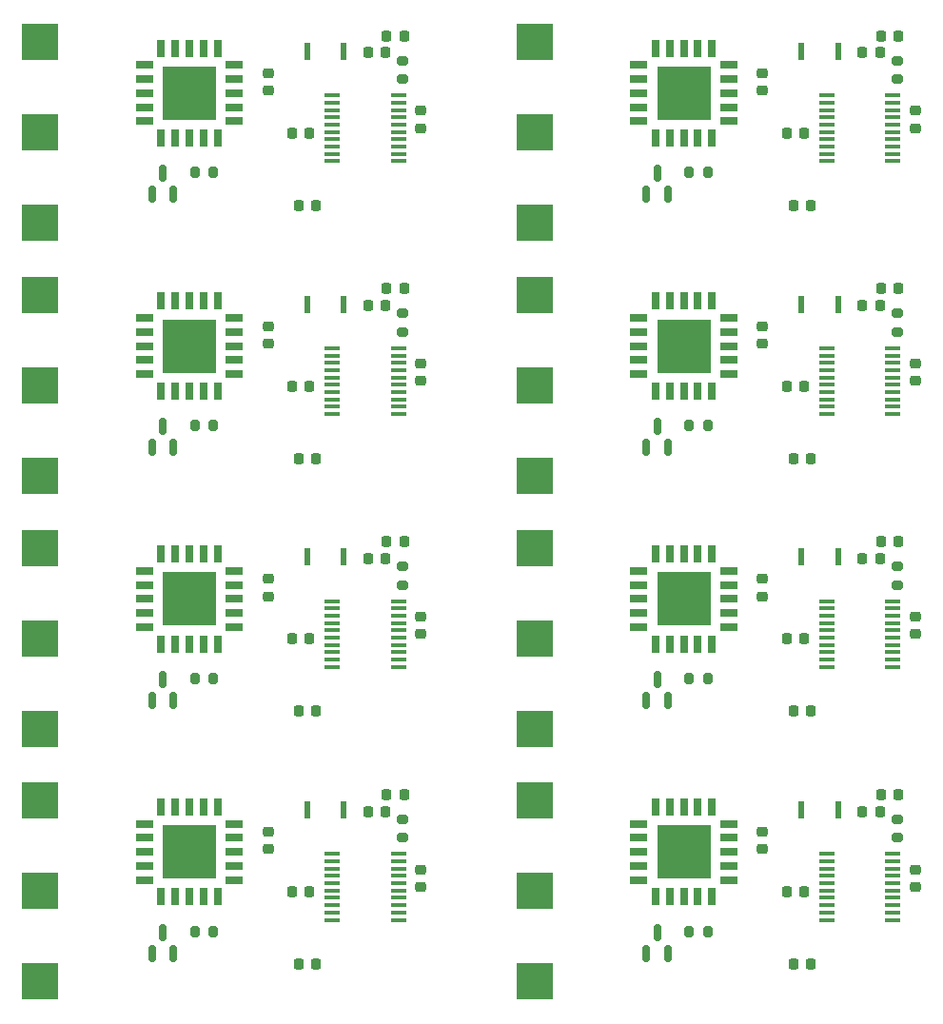
<source format=gbr>
%TF.GenerationSoftware,KiCad,Pcbnew,8.0.0*%
%TF.CreationDate,2024-05-28T16:04:12+09:00*%
%TF.ProjectId,Panel,50616e65-6c2e-46b6-9963-61645f706362,rev?*%
%TF.SameCoordinates,Original*%
%TF.FileFunction,Paste,Bot*%
%TF.FilePolarity,Positive*%
%FSLAX46Y46*%
G04 Gerber Fmt 4.6, Leading zero omitted, Abs format (unit mm)*
G04 Created by KiCad (PCBNEW 8.0.0) date 2024-05-28 16:04:12*
%MOMM*%
%LPD*%
G01*
G04 APERTURE LIST*
G04 Aperture macros list*
%AMRoundRect*
0 Rectangle with rounded corners*
0 $1 Rounding radius*
0 $2 $3 $4 $5 $6 $7 $8 $9 X,Y pos of 4 corners*
0 Add a 4 corners polygon primitive as box body*
4,1,4,$2,$3,$4,$5,$6,$7,$8,$9,$2,$3,0*
0 Add four circle primitives for the rounded corners*
1,1,$1+$1,$2,$3*
1,1,$1+$1,$4,$5*
1,1,$1+$1,$6,$7*
1,1,$1+$1,$8,$9*
0 Add four rect primitives between the rounded corners*
20,1,$1+$1,$2,$3,$4,$5,0*
20,1,$1+$1,$4,$5,$6,$7,0*
20,1,$1+$1,$6,$7,$8,$9,0*
20,1,$1+$1,$8,$9,$2,$3,0*%
G04 Aperture macros list end*
%ADD10RoundRect,0.225000X0.250000X-0.225000X0.250000X0.225000X-0.250000X0.225000X-0.250000X-0.225000X0*%
%ADD11RoundRect,0.200000X0.275000X-0.200000X0.275000X0.200000X-0.275000X0.200000X-0.275000X-0.200000X0*%
%ADD12R,1.475000X0.450000*%
%ADD13R,0.550000X1.500000*%
%ADD14RoundRect,0.225000X0.225000X0.250000X-0.225000X0.250000X-0.225000X-0.250000X0.225000X-0.250000X0*%
%ADD15RoundRect,0.225000X-0.225000X-0.250000X0.225000X-0.250000X0.225000X0.250000X-0.225000X0.250000X0*%
%ADD16R,3.200000X3.200000*%
%ADD17RoundRect,0.200000X0.200000X0.275000X-0.200000X0.275000X-0.200000X-0.275000X0.200000X-0.275000X0*%
%ADD18RoundRect,0.150000X0.150000X-0.587500X0.150000X0.587500X-0.150000X0.587500X-0.150000X-0.587500X0*%
%ADD19R,0.800000X1.500000*%
%ADD20R,1.500000X0.800000*%
%ADD21R,4.800000X4.800000*%
G04 APERTURE END LIST*
D10*
%TO.C,C17*%
X190576678Y-52372186D03*
X190576678Y-50822186D03*
%TD*%
D11*
%TO.C,R10*%
X188958000Y-70506000D03*
X188958000Y-68856000D03*
%TD*%
D12*
%TO.C,IC1*%
X144611000Y-94452000D03*
X144611000Y-95102000D03*
X144611000Y-95752000D03*
X144611000Y-96402000D03*
X144611000Y-97052000D03*
X144611000Y-97702000D03*
X144611000Y-98352000D03*
X144611000Y-99002000D03*
X144611000Y-99652000D03*
X144611000Y-100302000D03*
X138735000Y-100302000D03*
X138735000Y-99652000D03*
X138735000Y-99002000D03*
X138735000Y-98352000D03*
X138735000Y-97702000D03*
X138735000Y-97052000D03*
X138735000Y-96402000D03*
X138735000Y-95752000D03*
X138735000Y-95102000D03*
X138735000Y-94452000D03*
%TD*%
D13*
%TO.C,CB1*%
X139725000Y-23030000D03*
X136475000Y-23030000D03*
%TD*%
D14*
%TO.C,C18*%
X136709300Y-52803607D03*
X135159300Y-52803607D03*
%TD*%
%TO.C,C12*%
X143447000Y-90657000D03*
X141897000Y-90657000D03*
%TD*%
%TO.C,C12*%
X187447000Y-68157000D03*
X185897000Y-68157000D03*
%TD*%
D15*
%TO.C,C5*%
X179725000Y-104250000D03*
X181275000Y-104250000D03*
%TD*%
D16*
%TO.C,BT1*%
X112750000Y-83300000D03*
X112750000Y-67200000D03*
X112750000Y-75250000D03*
%TD*%
%TO.C,BT1*%
X156750000Y-83300000D03*
X156750000Y-67200000D03*
X156750000Y-75250000D03*
%TD*%
D10*
%TO.C,C13*%
X177000000Y-71525000D03*
X177000000Y-69975000D03*
%TD*%
D13*
%TO.C,CB1*%
X183725000Y-90530000D03*
X180475000Y-90530000D03*
%TD*%
D17*
%TO.C,R2*%
X128130000Y-78825000D03*
X126480000Y-78825000D03*
%TD*%
D10*
%TO.C,C13*%
X133000000Y-26525000D03*
X133000000Y-24975000D03*
%TD*%
D14*
%TO.C,C12*%
X187447000Y-45657000D03*
X185897000Y-45657000D03*
%TD*%
D16*
%TO.C,BT1*%
X112750000Y-38300000D03*
X112750000Y-22200000D03*
X112750000Y-30250000D03*
%TD*%
%TO.C,BT1*%
X112750000Y-105800000D03*
X112750000Y-89700000D03*
X112750000Y-97750000D03*
%TD*%
D17*
%TO.C,R2*%
X128130000Y-101325000D03*
X126480000Y-101325000D03*
%TD*%
%TO.C,R2*%
X172130000Y-101325000D03*
X170480000Y-101325000D03*
%TD*%
D10*
%TO.C,C17*%
X146576678Y-74872186D03*
X146576678Y-73322186D03*
%TD*%
D15*
%TO.C,C5*%
X135725000Y-59250000D03*
X137275000Y-59250000D03*
%TD*%
D16*
%TO.C,BT1*%
X156750000Y-105800000D03*
X156750000Y-89700000D03*
X156750000Y-97750000D03*
%TD*%
D14*
%TO.C,C12*%
X143447000Y-23157000D03*
X141897000Y-23157000D03*
%TD*%
D15*
%TO.C,C14*%
X187565631Y-66657648D03*
X189115631Y-66657648D03*
%TD*%
D10*
%TO.C,C17*%
X146576678Y-29872186D03*
X146576678Y-28322186D03*
%TD*%
D15*
%TO.C,C5*%
X179725000Y-36750000D03*
X181275000Y-36750000D03*
%TD*%
%TO.C,C14*%
X143565631Y-21657648D03*
X145115631Y-21657648D03*
%TD*%
D14*
%TO.C,C18*%
X136709300Y-30303607D03*
X135159300Y-30303607D03*
%TD*%
D16*
%TO.C,BT1*%
X112750000Y-60800000D03*
X112750000Y-44700000D03*
X112750000Y-52750000D03*
%TD*%
D15*
%TO.C,C14*%
X143565631Y-89157648D03*
X145115631Y-89157648D03*
%TD*%
D10*
%TO.C,C17*%
X146576678Y-97372186D03*
X146576678Y-95822186D03*
%TD*%
D11*
%TO.C,R10*%
X188958000Y-25506000D03*
X188958000Y-23856000D03*
%TD*%
D14*
%TO.C,C18*%
X180709300Y-52803607D03*
X179159300Y-52803607D03*
%TD*%
D16*
%TO.C,BT1*%
X156750000Y-38300000D03*
X156750000Y-22200000D03*
X156750000Y-30250000D03*
%TD*%
D14*
%TO.C,C12*%
X143447000Y-68157000D03*
X141897000Y-68157000D03*
%TD*%
D18*
%TO.C,Q2*%
X124572000Y-80778500D03*
X122672000Y-80778500D03*
X123622000Y-78903500D03*
%TD*%
D12*
%TO.C,IC1*%
X188611000Y-71952000D03*
X188611000Y-72602000D03*
X188611000Y-73252000D03*
X188611000Y-73902000D03*
X188611000Y-74552000D03*
X188611000Y-75202000D03*
X188611000Y-75852000D03*
X188611000Y-76502000D03*
X188611000Y-77152000D03*
X188611000Y-77802000D03*
X182735000Y-77802000D03*
X182735000Y-77152000D03*
X182735000Y-76502000D03*
X182735000Y-75852000D03*
X182735000Y-75202000D03*
X182735000Y-74552000D03*
X182735000Y-73902000D03*
X182735000Y-73252000D03*
X182735000Y-72602000D03*
X182735000Y-71952000D03*
%TD*%
D14*
%TO.C,C18*%
X180709300Y-30303607D03*
X179159300Y-30303607D03*
%TD*%
D18*
%TO.C,Q2*%
X124572000Y-103278500D03*
X122672000Y-103278500D03*
X123622000Y-101403500D03*
%TD*%
D19*
%TO.C,1*%
X123500000Y-67750000D03*
X124750000Y-67750000D03*
X126000000Y-67750000D03*
X127250000Y-67750000D03*
X128500000Y-67750000D03*
D20*
X130000000Y-69250000D03*
X130000000Y-70500000D03*
X130000000Y-71750000D03*
X130000000Y-73000000D03*
X130000000Y-74250000D03*
D19*
X128500000Y-75750000D03*
X127250000Y-75750000D03*
X126000000Y-75750000D03*
X124750000Y-75750000D03*
X123500000Y-75750000D03*
D20*
X122000000Y-74250000D03*
X122000000Y-73000000D03*
X122000000Y-71750000D03*
X122000000Y-70500000D03*
X122000000Y-69250000D03*
D21*
X126000000Y-71750000D03*
%TD*%
D15*
%TO.C,C5*%
X179725000Y-81750000D03*
X181275000Y-81750000D03*
%TD*%
%TO.C,C14*%
X143565631Y-66657648D03*
X145115631Y-66657648D03*
%TD*%
D12*
%TO.C,IC1*%
X188611000Y-26952000D03*
X188611000Y-27602000D03*
X188611000Y-28252000D03*
X188611000Y-28902000D03*
X188611000Y-29552000D03*
X188611000Y-30202000D03*
X188611000Y-30852000D03*
X188611000Y-31502000D03*
X188611000Y-32152000D03*
X188611000Y-32802000D03*
X182735000Y-32802000D03*
X182735000Y-32152000D03*
X182735000Y-31502000D03*
X182735000Y-30852000D03*
X182735000Y-30202000D03*
X182735000Y-29552000D03*
X182735000Y-28902000D03*
X182735000Y-28252000D03*
X182735000Y-27602000D03*
X182735000Y-26952000D03*
%TD*%
D15*
%TO.C,C14*%
X187565631Y-89157648D03*
X189115631Y-89157648D03*
%TD*%
D11*
%TO.C,R10*%
X188958000Y-93006000D03*
X188958000Y-91356000D03*
%TD*%
D12*
%TO.C,IC1*%
X188611000Y-94452000D03*
X188611000Y-95102000D03*
X188611000Y-95752000D03*
X188611000Y-96402000D03*
X188611000Y-97052000D03*
X188611000Y-97702000D03*
X188611000Y-98352000D03*
X188611000Y-99002000D03*
X188611000Y-99652000D03*
X188611000Y-100302000D03*
X182735000Y-100302000D03*
X182735000Y-99652000D03*
X182735000Y-99002000D03*
X182735000Y-98352000D03*
X182735000Y-97702000D03*
X182735000Y-97052000D03*
X182735000Y-96402000D03*
X182735000Y-95752000D03*
X182735000Y-95102000D03*
X182735000Y-94452000D03*
%TD*%
D13*
%TO.C,CB1*%
X139725000Y-45530000D03*
X136475000Y-45530000D03*
%TD*%
D10*
%TO.C,C13*%
X177000000Y-26525000D03*
X177000000Y-24975000D03*
%TD*%
D15*
%TO.C,C5*%
X179725000Y-59250000D03*
X181275000Y-59250000D03*
%TD*%
D17*
%TO.C,R2*%
X172130000Y-33825000D03*
X170480000Y-33825000D03*
%TD*%
D10*
%TO.C,C17*%
X190576678Y-29872186D03*
X190576678Y-28322186D03*
%TD*%
D18*
%TO.C,Q2*%
X124572000Y-35778500D03*
X122672000Y-35778500D03*
X123622000Y-33903500D03*
%TD*%
D15*
%TO.C,C14*%
X187565631Y-21657648D03*
X189115631Y-21657648D03*
%TD*%
D17*
%TO.C,R2*%
X128130000Y-56325000D03*
X126480000Y-56325000D03*
%TD*%
D12*
%TO.C,IC1*%
X144611000Y-49452000D03*
X144611000Y-50102000D03*
X144611000Y-50752000D03*
X144611000Y-51402000D03*
X144611000Y-52052000D03*
X144611000Y-52702000D03*
X144611000Y-53352000D03*
X144611000Y-54002000D03*
X144611000Y-54652000D03*
X144611000Y-55302000D03*
X138735000Y-55302000D03*
X138735000Y-54652000D03*
X138735000Y-54002000D03*
X138735000Y-53352000D03*
X138735000Y-52702000D03*
X138735000Y-52052000D03*
X138735000Y-51402000D03*
X138735000Y-50752000D03*
X138735000Y-50102000D03*
X138735000Y-49452000D03*
%TD*%
D10*
%TO.C,C17*%
X146576678Y-52372186D03*
X146576678Y-50822186D03*
%TD*%
D12*
%TO.C,IC1*%
X144611000Y-26952000D03*
X144611000Y-27602000D03*
X144611000Y-28252000D03*
X144611000Y-28902000D03*
X144611000Y-29552000D03*
X144611000Y-30202000D03*
X144611000Y-30852000D03*
X144611000Y-31502000D03*
X144611000Y-32152000D03*
X144611000Y-32802000D03*
X138735000Y-32802000D03*
X138735000Y-32152000D03*
X138735000Y-31502000D03*
X138735000Y-30852000D03*
X138735000Y-30202000D03*
X138735000Y-29552000D03*
X138735000Y-28902000D03*
X138735000Y-28252000D03*
X138735000Y-27602000D03*
X138735000Y-26952000D03*
%TD*%
D11*
%TO.C,R10*%
X144958000Y-25506000D03*
X144958000Y-23856000D03*
%TD*%
D15*
%TO.C,C5*%
X135725000Y-104250000D03*
X137275000Y-104250000D03*
%TD*%
%TO.C,C5*%
X135725000Y-36750000D03*
X137275000Y-36750000D03*
%TD*%
D14*
%TO.C,C18*%
X136709300Y-75303607D03*
X135159300Y-75303607D03*
%TD*%
D12*
%TO.C,IC1*%
X144611000Y-71952000D03*
X144611000Y-72602000D03*
X144611000Y-73252000D03*
X144611000Y-73902000D03*
X144611000Y-74552000D03*
X144611000Y-75202000D03*
X144611000Y-75852000D03*
X144611000Y-76502000D03*
X144611000Y-77152000D03*
X144611000Y-77802000D03*
X138735000Y-77802000D03*
X138735000Y-77152000D03*
X138735000Y-76502000D03*
X138735000Y-75852000D03*
X138735000Y-75202000D03*
X138735000Y-74552000D03*
X138735000Y-73902000D03*
X138735000Y-73252000D03*
X138735000Y-72602000D03*
X138735000Y-71952000D03*
%TD*%
D10*
%TO.C,C17*%
X190576678Y-74872186D03*
X190576678Y-73322186D03*
%TD*%
D13*
%TO.C,CB1*%
X183725000Y-23030000D03*
X180475000Y-23030000D03*
%TD*%
D18*
%TO.C,Q2*%
X124572000Y-58278500D03*
X122672000Y-58278500D03*
X123622000Y-56403500D03*
%TD*%
D13*
%TO.C,CB1*%
X139725000Y-90530000D03*
X136475000Y-90530000D03*
%TD*%
D11*
%TO.C,R10*%
X188958000Y-48006000D03*
X188958000Y-46356000D03*
%TD*%
D19*
%TO.C,1*%
X167500000Y-90250000D03*
X168750000Y-90250000D03*
X170000000Y-90250000D03*
X171250000Y-90250000D03*
X172500000Y-90250000D03*
D20*
X174000000Y-91750000D03*
X174000000Y-93000000D03*
X174000000Y-94250000D03*
X174000000Y-95500000D03*
X174000000Y-96750000D03*
D19*
X172500000Y-98250000D03*
X171250000Y-98250000D03*
X170000000Y-98250000D03*
X168750000Y-98250000D03*
X167500000Y-98250000D03*
D20*
X166000000Y-96750000D03*
X166000000Y-95500000D03*
X166000000Y-94250000D03*
X166000000Y-93000000D03*
X166000000Y-91750000D03*
D21*
X170000000Y-94250000D03*
%TD*%
D19*
%TO.C,1*%
X123500000Y-45250000D03*
X124750000Y-45250000D03*
X126000000Y-45250000D03*
X127250000Y-45250000D03*
X128500000Y-45250000D03*
D20*
X130000000Y-46750000D03*
X130000000Y-48000000D03*
X130000000Y-49250000D03*
X130000000Y-50500000D03*
X130000000Y-51750000D03*
D19*
X128500000Y-53250000D03*
X127250000Y-53250000D03*
X126000000Y-53250000D03*
X124750000Y-53250000D03*
X123500000Y-53250000D03*
D20*
X122000000Y-51750000D03*
X122000000Y-50500000D03*
X122000000Y-49250000D03*
X122000000Y-48000000D03*
X122000000Y-46750000D03*
D21*
X126000000Y-49250000D03*
%TD*%
D10*
%TO.C,C13*%
X177000000Y-94025000D03*
X177000000Y-92475000D03*
%TD*%
D16*
%TO.C,BT1*%
X156750000Y-60800000D03*
X156750000Y-44700000D03*
X156750000Y-52750000D03*
%TD*%
D11*
%TO.C,R10*%
X144958000Y-70506000D03*
X144958000Y-68856000D03*
%TD*%
D10*
%TO.C,C17*%
X190576678Y-97372186D03*
X190576678Y-95822186D03*
%TD*%
D19*
%TO.C,1*%
X167500000Y-22750000D03*
X168750000Y-22750000D03*
X170000000Y-22750000D03*
X171250000Y-22750000D03*
X172500000Y-22750000D03*
D20*
X174000000Y-24250000D03*
X174000000Y-25500000D03*
X174000000Y-26750000D03*
X174000000Y-28000000D03*
X174000000Y-29250000D03*
D19*
X172500000Y-30750000D03*
X171250000Y-30750000D03*
X170000000Y-30750000D03*
X168750000Y-30750000D03*
X167500000Y-30750000D03*
D20*
X166000000Y-29250000D03*
X166000000Y-28000000D03*
X166000000Y-26750000D03*
X166000000Y-25500000D03*
X166000000Y-24250000D03*
D21*
X170000000Y-26750000D03*
%TD*%
D18*
%TO.C,Q2*%
X168572000Y-35778500D03*
X166672000Y-35778500D03*
X167622000Y-33903500D03*
%TD*%
D10*
%TO.C,C13*%
X177000000Y-49025000D03*
X177000000Y-47475000D03*
%TD*%
D14*
%TO.C,C12*%
X187447000Y-90657000D03*
X185897000Y-90657000D03*
%TD*%
D10*
%TO.C,C13*%
X133000000Y-94025000D03*
X133000000Y-92475000D03*
%TD*%
D11*
%TO.C,R10*%
X144958000Y-48006000D03*
X144958000Y-46356000D03*
%TD*%
D14*
%TO.C,C12*%
X143447000Y-45657000D03*
X141897000Y-45657000D03*
%TD*%
D11*
%TO.C,R10*%
X144958000Y-93006000D03*
X144958000Y-91356000D03*
%TD*%
D12*
%TO.C,IC1*%
X188611000Y-49452000D03*
X188611000Y-50102000D03*
X188611000Y-50752000D03*
X188611000Y-51402000D03*
X188611000Y-52052000D03*
X188611000Y-52702000D03*
X188611000Y-53352000D03*
X188611000Y-54002000D03*
X188611000Y-54652000D03*
X188611000Y-55302000D03*
X182735000Y-55302000D03*
X182735000Y-54652000D03*
X182735000Y-54002000D03*
X182735000Y-53352000D03*
X182735000Y-52702000D03*
X182735000Y-52052000D03*
X182735000Y-51402000D03*
X182735000Y-50752000D03*
X182735000Y-50102000D03*
X182735000Y-49452000D03*
%TD*%
D15*
%TO.C,C14*%
X143565631Y-44157648D03*
X145115631Y-44157648D03*
%TD*%
D18*
%TO.C,Q2*%
X168572000Y-80778500D03*
X166672000Y-80778500D03*
X167622000Y-78903500D03*
%TD*%
D14*
%TO.C,C18*%
X136709300Y-97803607D03*
X135159300Y-97803607D03*
%TD*%
D19*
%TO.C,1*%
X123500000Y-22750000D03*
X124750000Y-22750000D03*
X126000000Y-22750000D03*
X127250000Y-22750000D03*
X128500000Y-22750000D03*
D20*
X130000000Y-24250000D03*
X130000000Y-25500000D03*
X130000000Y-26750000D03*
X130000000Y-28000000D03*
X130000000Y-29250000D03*
D19*
X128500000Y-30750000D03*
X127250000Y-30750000D03*
X126000000Y-30750000D03*
X124750000Y-30750000D03*
X123500000Y-30750000D03*
D20*
X122000000Y-29250000D03*
X122000000Y-28000000D03*
X122000000Y-26750000D03*
X122000000Y-25500000D03*
X122000000Y-24250000D03*
D21*
X126000000Y-26750000D03*
%TD*%
D14*
%TO.C,C12*%
X187447000Y-23157000D03*
X185897000Y-23157000D03*
%TD*%
D13*
%TO.C,CB1*%
X183725000Y-68030000D03*
X180475000Y-68030000D03*
%TD*%
D14*
%TO.C,C18*%
X180709300Y-97803607D03*
X179159300Y-97803607D03*
%TD*%
D17*
%TO.C,R2*%
X172130000Y-78825000D03*
X170480000Y-78825000D03*
%TD*%
D19*
%TO.C,1*%
X167500000Y-67750000D03*
X168750000Y-67750000D03*
X170000000Y-67750000D03*
X171250000Y-67750000D03*
X172500000Y-67750000D03*
D20*
X174000000Y-69250000D03*
X174000000Y-70500000D03*
X174000000Y-71750000D03*
X174000000Y-73000000D03*
X174000000Y-74250000D03*
D19*
X172500000Y-75750000D03*
X171250000Y-75750000D03*
X170000000Y-75750000D03*
X168750000Y-75750000D03*
X167500000Y-75750000D03*
D20*
X166000000Y-74250000D03*
X166000000Y-73000000D03*
X166000000Y-71750000D03*
X166000000Y-70500000D03*
X166000000Y-69250000D03*
D21*
X170000000Y-71750000D03*
%TD*%
D17*
%TO.C,R2*%
X128130000Y-33825000D03*
X126480000Y-33825000D03*
%TD*%
D19*
%TO.C,1*%
X123500000Y-90250000D03*
X124750000Y-90250000D03*
X126000000Y-90250000D03*
X127250000Y-90250000D03*
X128500000Y-90250000D03*
D20*
X130000000Y-91750000D03*
X130000000Y-93000000D03*
X130000000Y-94250000D03*
X130000000Y-95500000D03*
X130000000Y-96750000D03*
D19*
X128500000Y-98250000D03*
X127250000Y-98250000D03*
X126000000Y-98250000D03*
X124750000Y-98250000D03*
X123500000Y-98250000D03*
D20*
X122000000Y-96750000D03*
X122000000Y-95500000D03*
X122000000Y-94250000D03*
X122000000Y-93000000D03*
X122000000Y-91750000D03*
D21*
X126000000Y-94250000D03*
%TD*%
D19*
%TO.C,1*%
X167500000Y-45250000D03*
X168750000Y-45250000D03*
X170000000Y-45250000D03*
X171250000Y-45250000D03*
X172500000Y-45250000D03*
D20*
X174000000Y-46750000D03*
X174000000Y-48000000D03*
X174000000Y-49250000D03*
X174000000Y-50500000D03*
X174000000Y-51750000D03*
D19*
X172500000Y-53250000D03*
X171250000Y-53250000D03*
X170000000Y-53250000D03*
X168750000Y-53250000D03*
X167500000Y-53250000D03*
D20*
X166000000Y-51750000D03*
X166000000Y-50500000D03*
X166000000Y-49250000D03*
X166000000Y-48000000D03*
X166000000Y-46750000D03*
D21*
X170000000Y-49250000D03*
%TD*%
D17*
%TO.C,R2*%
X172130000Y-56325000D03*
X170480000Y-56325000D03*
%TD*%
D15*
%TO.C,C14*%
X187565631Y-44157648D03*
X189115631Y-44157648D03*
%TD*%
D18*
%TO.C,Q2*%
X168572000Y-58278500D03*
X166672000Y-58278500D03*
X167622000Y-56403500D03*
%TD*%
%TO.C,Q2*%
X168572000Y-103278500D03*
X166672000Y-103278500D03*
X167622000Y-101403500D03*
%TD*%
D10*
%TO.C,C13*%
X133000000Y-49025000D03*
X133000000Y-47475000D03*
%TD*%
D15*
%TO.C,C5*%
X135725000Y-81750000D03*
X137275000Y-81750000D03*
%TD*%
D14*
%TO.C,C18*%
X180709300Y-75303607D03*
X179159300Y-75303607D03*
%TD*%
D13*
%TO.C,CB1*%
X139725000Y-68030000D03*
X136475000Y-68030000D03*
%TD*%
D10*
%TO.C,C13*%
X133000000Y-71525000D03*
X133000000Y-69975000D03*
%TD*%
D13*
%TO.C,CB1*%
X183725000Y-45530000D03*
X180475000Y-45530000D03*
%TD*%
M02*

</source>
